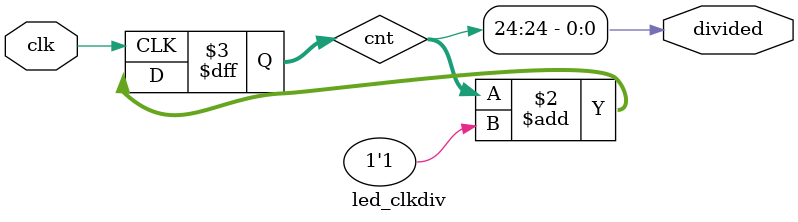
<source format=v>
module led_clkdiv (
    input wire clk,    // Clock
    output wire divided
);

parameter CNT_BITS = 25;

reg [CNT_BITS-1:0] cnt;

assign divided = cnt[CNT_BITS-1];

always @(posedge clk) begin : proc_cnt
    cnt <= cnt + 1'b1;
end


endmodule
</source>
